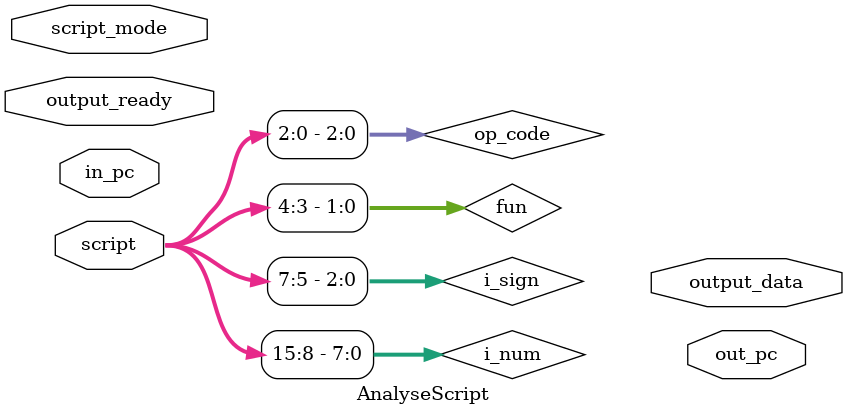
<source format=v>
`timescale 1ns/1ps

module AnalyseScript(
    input [15:0] script,
    input [7:0] in_pc,
    input script_mode,
    input output_ready,
    output reg [7:0] output_data,
    output reg [7:0] out_pc
);

wire [7:0] i_num;
wire [2:0] i_sign;
wire [1:0] fun;
wire [2:0] op_code;

assign i_num = script[15:8];
assign i_sign = script[7:5];
assign fun = script[4:3];
assign op_code = script[2:0];

always@(*)
begin
end


// always@(*)
// begin
//     if(script_mode==0) // start to analyse script
//     begin
//         case(op_code)
//             3'b001: // Action
//             begin
//                 case(fun)
//                     2'b00:
//                     2'b01:
//                     2'b10:
//                     2'b11:
//                     default:
//                 endcase
//             end
//             3'b010: // Jump
//             begin
//                 case(fun)
//                     2'b00:
//                     2'b01:
//                 endcase
//             end
//             3'b011: // Wait
//             begin
//                 case(fun)
//                     2'b00:
//                     2'b01:
//                 endcase
//             end
//             3'b100: // Game State
//             begin
//                 case(fun)
//                     2'b00:
//                     2'b01:
//                 endcase
//             end  
//             default:
//         endcase
//         pc <= pc + 2;
//     end
// end

endmodule
</source>
